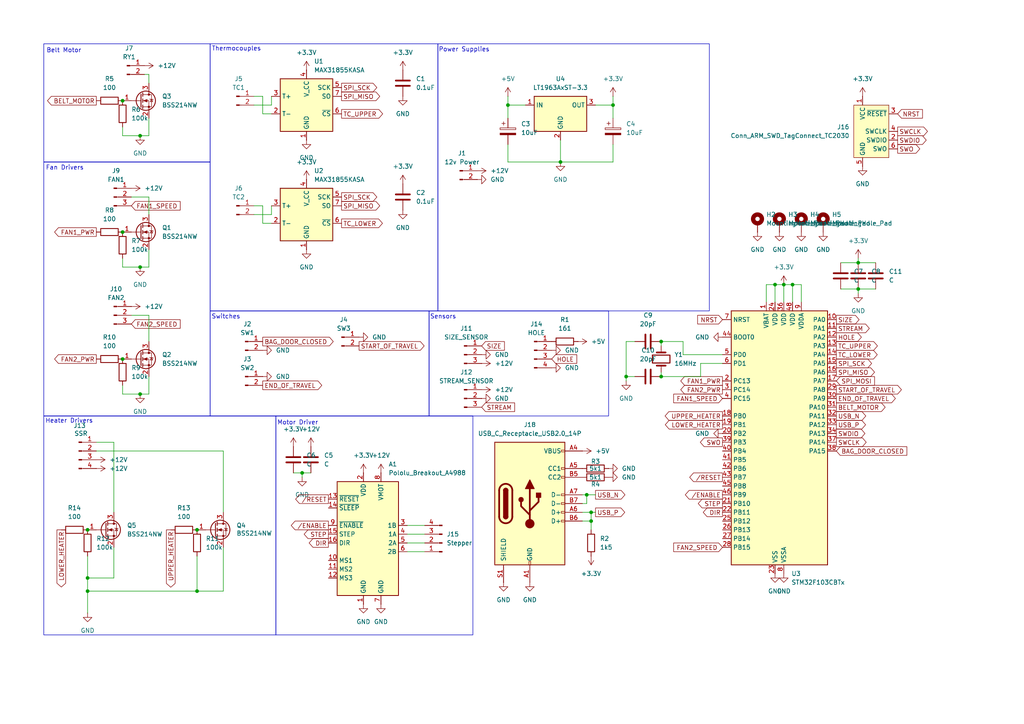
<source format=kicad_sch>
(kicad_sch (version 20231120) (generator "eeschema") (generator_version "8.0")
  (paper "A4")
  (lib_symbols
    (symbol "Connector:Conn_01x02_Pin" (pin_names (offset 1.016) hide)
      (property "Reference" "J" (at 0 2.54 0))
      (property "Value" "Conn_01x02_Pin" (at 0 -5.08 0))
      (symbol "Conn_01x02_Pin_1_1"
        (pin passive line (at 5.08 0 180) (length 3.81) (name "Pin_1") (number "1"))
        (pin passive line (at 5.08 -2.54 180) (length 3.81) (name "Pin_2") (number "2"))
      )
    )
    (symbol "Connector:Conn_01x03_Pin" (pin_names (offset 1.016) hide)
      (property "Reference" "J" (at 0 5.08 0))
      (property "Value" "Conn_01x03_Pin" (at 0 -5.08 0))
      (symbol "Conn_01x03_Pin_1_1"
        (pin passive line (at 5.08 2.54 180) (length 3.81) (name "Pin_1") (number "1"))
        (pin passive line (at 5.08 0 180) (length 3.81) (name "Pin_2") (number "2"))
        (pin passive line (at 5.08 -2.54 180) (length 3.81) (name "Pin_3") (number "3"))
      )
    )
    (symbol "Connector:Conn_01x04_Pin" (pin_names (offset 1.016) hide)
      (property "Reference" "J" (at 0 5.08 0))
      (property "Value" "Conn_01x04_Pin" (at 0 -7.62 0))
      (symbol "Conn_01x04_Pin_1_1"
        (pin passive line (at 5.08 2.54 180) (length 3.81) (name "Pin_1") (number "1"))
        (pin passive line (at 5.08 0 180) (length 3.81) (name "Pin_2") (number "2"))
        (pin passive line (at 5.08 -2.54 180) (length 3.81) (name "Pin_3") (number "3"))
        (pin passive line (at 5.08 -5.08 180) (length 3.81) (name "Pin_4") (number "4"))
      )
    )
    (symbol "Connector:Conn_ARM_SWD_TagConnect_TC2030" (in_bom no)
      (property "Reference" "J" (at 2.54 11.43 0))
      (property "Value" "Conn_ARM_SWD_TagConnect_TC2030" (at 5.08 8.89 0))
      (symbol "Conn_ARM_SWD_TagConnect_TC2030_0_0"
        (pin power_in line (at -2.54 10.16 270) (length 2.54) (name "VCC") (number "1"))
        (pin bidirectional line (at 7.62 -2.54 180) (length 2.54) (name "SWDIO") (number "2"))
        (pin open_collector line (at 7.62 5.08 180) (length 2.54) (name "~{RESET}") (number "3"))
        (pin output line (at 7.62 0 180) (length 2.54) (name "SWCLK") (number "4"))
        (pin power_in line (at -2.54 -10.16 90) (length 2.54) (name "GND") (number "5"))
        (pin input line (at 7.62 -5.08 180) (length 2.54) (name "SWO") (number "6"))
      )
    )
    (symbol "Connector:USB_C_Receptacle_USB2.0_14P" (pin_names (offset 1.016))
      (property "Reference" "J" (at 0 22.225 0))
      (property "Value" "USB_C_Receptacle_USB2.0_14P" (at 0 19.685 0))
      (symbol "USB_C_Receptacle_USB2.0_14P_1_1"
        (pin passive line (at 0 -22.86 90) (length 5.08) (name "GND") (number "A1"))
        (pin passive line (at 0 -22.86 90) (length 5.08) hide (name "GND") (number "A12"))
        (pin passive line (at 15.24 15.24 180) (length 5.08) (name "VBUS") (number "A4"))
        (pin bidirectional line (at 15.24 10.16 180) (length 5.08) (name "CC1") (number "A5"))
        (pin bidirectional line (at 15.24 -2.54 180) (length 5.08) (name "D+") (number "A6"))
        (pin bidirectional line (at 15.24 2.54 180) (length 5.08) (name "D-") (number "A7"))
        (pin passive line (at 15.24 15.24 180) (length 5.08) hide (name "VBUS") (number "A9"))
        (pin passive line (at 0 -22.86 90) (length 5.08) hide (name "GND") (number "B1"))
        (pin passive line (at 0 -22.86 90) (length 5.08) hide (name "GND") (number "B12"))
        (pin passive line (at 15.24 15.24 180) (length 5.08) hide (name "VBUS") (number "B4"))
        (pin bidirectional line (at 15.24 7.62 180) (length 5.08) (name "CC2") (number "B5"))
        (pin bidirectional line (at 15.24 -5.08 180) (length 5.08) (name "D+") (number "B6"))
        (pin bidirectional line (at 15.24 0 180) (length 5.08) (name "D-") (number "B7"))
        (pin passive line (at 15.24 15.24 180) (length 5.08) hide (name "VBUS") (number "B9"))
        (pin passive line (at -7.62 -22.86 90) (length 5.08) (name "SHIELD") (number "S1"))
      )
    )
    (symbol "Device:C" (pin_numbers hide) (pin_names (offset 0.254))
      (property "Reference" "C" (at 0.635 2.54 0))
      (property "Value" "C" (at 0.635 -2.54 0))
      (symbol "C_1_1"
        (pin passive line (at 0 3.81 270) (length 2.794) (name "~") (number "1"))
        (pin passive line (at 0 -3.81 90) (length 2.794) (name "~") (number "2"))
      )
    )
    (symbol "Device:C_Polarized" (pin_numbers hide) (pin_names (offset 0.254))
      (property "Reference" "C" (at 0.635 2.54 0))
      (property "Value" "C_Polarized" (at 0.635 -2.54 0))
      (symbol "C_Polarized_1_1"
        (pin passive line (at 0 3.81 270) (length 2.794) (name "~") (number "1"))
        (pin passive line (at 0 -3.81 90) (length 2.794) (name "~") (number "2"))
      )
    )
    (symbol "Device:Crystal" (pin_numbers hide) (pin_names (offset 1.016) hide)
      (property "Reference" "Y" (at 0 3.81 0))
      (property "Value" "Crystal" (at 0 -3.81 0))
      (symbol "Crystal_1_1"
        (pin passive line (at -3.81 0 0) (length 1.27) (name "1") (number "1"))
        (pin passive line (at 3.81 0 180) (length 1.27) (name "2") (number "2"))
      )
    )
    (symbol "Device:R" (pin_numbers hide) (pin_names (offset 0))
      (property "Reference" "R" (at 2.032 0 90))
      (property "Value" "R" (at 0 0 90))
      (symbol "R_1_1"
        (pin passive line (at 0 3.81 270) (length 1.27) (name "~") (number "1"))
        (pin passive line (at 0 -3.81 90) (length 1.27) (name "~") (number "2"))
      )
    )
    (symbol "Driver_Motor:Pololu_Breakout_A4988"
      (property "Reference" "A" (at -2.54 19.05 0))
      (property "Value" "Pololu_Breakout_A4988" (at -2.54 16.51 0))
      (symbol "Pololu_Breakout_A4988_1_1"
        (pin power_in line (at 0 -20.32 90) (length 2.54) (name "GND") (number "1"))
        (pin input line (at -10.16 -7.62 0) (length 2.54) (name "MS1") (number "10"))
        (pin input line (at -10.16 -10.16 0) (length 2.54) (name "MS2") (number "11"))
        (pin input line (at -10.16 -12.7 0) (length 2.54) (name "MS3") (number "12"))
        (pin input line (at -10.16 10.16 0) (length 2.54) (name "~{RESET}") (number "13"))
        (pin input line (at -10.16 7.62 0) (length 2.54) (name "~{SLEEP}") (number "14"))
        (pin input line (at -10.16 0 0) (length 2.54) (name "STEP") (number "15"))
        (pin input line (at -10.16 -2.54 0) (length 2.54) (name "DIR") (number "16"))
        (pin power_in line (at 0 17.78 270) (length 2.54) (name "VDD") (number "2"))
        (pin output line (at 12.7 2.54 180) (length 2.54) (name "1B") (number "3"))
        (pin output line (at 12.7 0 180) (length 2.54) (name "1A") (number "4"))
        (pin output line (at 12.7 -2.54 180) (length 2.54) (name "2A") (number "5"))
        (pin output line (at 12.7 -5.08 180) (length 2.54) (name "2B") (number "6"))
        (pin power_in line (at 5.08 -20.32 90) (length 2.54) (name "GND") (number "7"))
        (pin power_in line (at 5.08 17.78 270) (length 2.54) (name "VMOT") (number "8"))
        (pin input line (at -10.16 2.54 0) (length 2.54) (name "~{ENABLE}") (number "9"))
      )
    )
    (symbol "MCU_ST_STM32F1:STM32F103CBTx"
      (property "Reference" "U" (at -12.7 39.37 0))
      (property "Value" "STM32F103CBTx" (at 10.16 39.37 0))
      (symbol "STM32F103CBTx_1_1"
        (pin power_in line (at -2.54 40.64 270) (length 2.54) (name "VBAT") (number "1"))
        (pin bidirectional line (at 17.78 35.56 180) (length 2.54) (name "PA0") (number "10"))
        (pin bidirectional line (at 17.78 33.02 180) (length 2.54) (name "PA1") (number "11"))
        (pin bidirectional line (at 17.78 30.48 180) (length 2.54) (name "PA2") (number "12"))
        (pin bidirectional line (at 17.78 27.94 180) (length 2.54) (name "PA3") (number "13"))
        (pin bidirectional line (at 17.78 25.4 180) (length 2.54) (name "PA4") (number "14"))
        (pin bidirectional line (at 17.78 22.86 180) (length 2.54) (name "PA5") (number "15"))
        (pin bidirectional line (at 17.78 20.32 180) (length 2.54) (name "PA6") (number "16"))
        (pin bidirectional line (at 17.78 17.78 180) (length 2.54) (name "PA7") (number "17"))
        (pin bidirectional line (at -15.24 7.62 0) (length 2.54) (name "PB0") (number "18"))
        (pin bidirectional line (at -15.24 5.08 0) (length 2.54) (name "PB1") (number "19"))
        (pin bidirectional line (at -15.24 17.78 0) (length 2.54) (name "PC13") (number "2"))
        (pin bidirectional line (at -15.24 2.54 0) (length 2.54) (name "PB2") (number "20"))
        (pin bidirectional line (at -15.24 -17.78 0) (length 2.54) (name "PB10") (number "21"))
        (pin bidirectional line (at -15.24 -20.32 0) (length 2.54) (name "PB11") (number "22"))
        (pin power_in line (at 0 -38.1 90) (length 2.54) (name "VSS") (number "23"))
        (pin power_in line (at 0 40.64 270) (length 2.54) (name "VDD") (number "24"))
        (pin bidirectional line (at -15.24 -22.86 0) (length 2.54) (name "PB12") (number "25"))
        (pin bidirectional line (at -15.24 -25.4 0) (length 2.54) (name "PB13") (number "26"))
        (pin bidirectional line (at -15.24 -27.94 0) (length 2.54) (name "PB14") (number "27"))
        (pin bidirectional line (at -15.24 -30.48 0) (length 2.54) (name "PB15") (number "28"))
        (pin bidirectional line (at 17.78 15.24 180) (length 2.54) (name "PA8") (number "29"))
        (pin bidirectional line (at -15.24 15.24 0) (length 2.54) (name "PC14") (number "3"))
        (pin bidirectional line (at 17.78 12.7 180) (length 2.54) (name "PA9") (number "30"))
        (pin bidirectional line (at 17.78 10.16 180) (length 2.54) (name "PA10") (number "31"))
        (pin bidirectional line (at 17.78 7.62 180) (length 2.54) (name "PA11") (number "32"))
        (pin bidirectional line (at 17.78 5.08 180) (length 2.54) (name "PA12") (number "33"))
        (pin bidirectional line (at 17.78 2.54 180) (length 2.54) (name "PA13") (number "34"))
        (pin passive line (at 0 -38.1 90) (length 2.54) hide (name "VSS") (number "35"))
        (pin power_in line (at 2.54 40.64 270) (length 2.54) (name "VDD") (number "36"))
        (pin bidirectional line (at 17.78 0 180) (length 2.54) (name "PA14") (number "37"))
        (pin bidirectional line (at 17.78 -2.54 180) (length 2.54) (name "PA15") (number "38"))
        (pin bidirectional line (at -15.24 0 0) (length 2.54) (name "PB3") (number "39"))
        (pin bidirectional line (at -15.24 12.7 0) (length 2.54) (name "PC15") (number "4"))
        (pin bidirectional line (at -15.24 -2.54 0) (length 2.54) (name "PB4") (number "40"))
        (pin bidirectional line (at -15.24 -5.08 0) (length 2.54) (name "PB5") (number "41"))
        (pin bidirectional line (at -15.24 -7.62 0) (length 2.54) (name "PB6") (number "42"))
        (pin bidirectional line (at -15.24 -10.16 0) (length 2.54) (name "PB7") (number "43"))
        (pin input line (at -15.24 30.48 0) (length 2.54) (name "BOOT0") (number "44"))
        (pin bidirectional line (at -15.24 -12.7 0) (length 2.54) (name "PB8") (number "45"))
        (pin bidirectional line (at -15.24 -15.24 0) (length 2.54) (name "PB9") (number "46"))
        (pin passive line (at 0 -38.1 90) (length 2.54) hide (name "VSS") (number "47"))
        (pin power_in line (at 5.08 40.64 270) (length 2.54) (name "VDD") (number "48"))
        (pin bidirectional line (at -15.24 25.4 0) (length 2.54) (name "PD0") (number "5"))
        (pin bidirectional line (at -15.24 22.86 0) (length 2.54) (name "PD1") (number "6"))
        (pin input line (at -15.24 35.56 0) (length 2.54) (name "NRST") (number "7"))
        (pin power_in line (at 2.54 -38.1 90) (length 2.54) (name "VSSA") (number "8"))
        (pin power_in line (at 7.62 40.64 270) (length 2.54) (name "VDDA") (number "9"))
      )
    )
    (symbol "Mechanical:MountingHole_Pad" (pin_numbers hide) (pin_names (offset 1.016) hide)
      (property "Reference" "H" (at 0 6.35 0))
      (property "Value" "MountingHole_Pad" (at 0 4.445 0))
      (symbol "MountingHole_Pad_1_1"
        (pin input line (at 0 -2.54 90) (length 2.54) (name "1") (number "1"))
      )
    )
    (symbol "Regulator_Linear:LT1963AxST-3.3"
      (property "Reference" "U" (at -7.62 6.35 0))
      (property "Value" "LT1963AxST-3.3" (at -1.27 6.35 0))
      (symbol "LT1963AxST-3.3_1_1"
        (pin power_in line (at -10.16 2.54 0) (length 2.54) (name "IN") (number "1"))
        (pin power_in line (at 0 -7.62 90) (length 2.54) (name "GND") (number "2"))
        (pin power_out line (at 10.16 2.54 180) (length 2.54) (name "OUT") (number "3"))
      )
    )
    (symbol "Sensor_Temperature:MAX31855KASA"
      (property "Reference" "U" (at -7.62 8.89 0))
      (property "Value" "MAX31855KASA" (at 1.27 8.89 0))
      (symbol "MAX31855KASA_1_1"
        (pin power_in line (at 0 -10.16 90) (length 2.54) (name "GND") (number "1"))
        (pin passive line (at -10.16 -2.54 0) (length 2.54) (name "T-") (number "2"))
        (pin passive line (at -10.16 2.54 0) (length 2.54) (name "T+") (number "3"))
        (pin power_in line (at 0 10.16 270) (length 2.54) (name "V_CC") (number "4"))
        (pin input line (at 10.16 5.08 180) (length 2.54) (name "SCK") (number "5"))
        (pin input line (at 10.16 -2.54 180) (length 2.54) (name "~{CS}") (number "6"))
        (pin tri_state line (at 10.16 2.54 180) (length 2.54) (name "SO") (number "7"))
      )
    )
    (symbol "Transistor_FET:BSS214NW" (pin_names hide)
      (property "Reference" "Q" (at 5.08 1.905 0))
      (property "Value" "BSS214NW" (at 5.08 0 0))
      (symbol "BSS214NW_1_1"
        (pin input line (at -5.08 0 0) (length 2.54) (name "G") (number "1"))
        (pin passive line (at 2.54 -5.08 90) (length 2.54) (name "S") (number "2"))
        (pin passive line (at 2.54 5.08 270) (length 2.54) (name "D") (number "3"))
      )
    )
    (symbol "power:+12V" (power) (pin_numbers hide) (pin_names (offset 0) hide)
      (property "Value" "+12V" (at 0 3.556 0))
      (symbol "+12V_1_1"
        (pin power_in line (at 0 0 90) (length 0) (name "~") (number "1"))
      )
    )
    (symbol "power:+3.3V" (power) (pin_numbers hide) (pin_names (offset 0) hide)
      (property "Value" "+3.3V" (at 0 3.556 0))
      (symbol "+3.3V_1_1"
        (pin power_in line (at 0 0 90) (length 0) (name "~") (number "1"))
      )
    )
    (symbol "power:+5V" (power) (pin_numbers hide) (pin_names (offset 0) hide)
      (property "Value" "+5V" (at 0 3.556 0))
      (symbol "+5V_1_1"
        (pin power_in line (at 0 0 90) (length 0) (name "~") (number "1"))
      )
    )
    (symbol "power:GND" (power) (pin_numbers hide) (pin_names (offset 0) hide)
      (property "Value" "GND" (at 0 -3.81 0))
      (symbol "GND_1_1"
        (pin power_in line (at 0 0 270) (length 0) (name "~") (number "1"))
      )
    )
  )
  (junction (at 181.61 109.22))
  (junction (at 177.8 30.48))
  (junction (at 40.64 39.37))
  (junction (at 25.4 167.64))
  (junction (at 171.45 151.13))
  (junction (at 162.56 46.99))
  (junction (at 25.4 153.67))
  (junction (at 248.92 76.2))
  (junction (at 35.56 104.14))
  (junction (at 171.45 148.59))
  (junction (at 227.33 82.55))
  (junction (at 191.77 99.06))
  (junction (at 147.32 30.48))
  (junction (at 248.92 83.82))
  (junction (at 191.77 109.22))
  (junction (at 57.15 171.45))
  (junction (at 170.18 143.51))
  (junction (at 229.87 82.55))
  (junction (at 87.63 137.16))
  (junction (at 40.64 114.3))
  (junction (at 224.79 82.55))
  (junction (at 57.15 153.67))
  (junction (at 25.4 171.45))
  (junction (at 35.56 29.21))
  (junction (at 40.64 77.47))
  (junction (at 35.56 67.31))
  (wire (pts (xy 33.02 158.75) (xy 33.02 167.64)))
  (wire (pts (xy 118.11 160.02) (xy 123.19 160.02)))
  (wire (pts (xy 43.18 34.29) (xy 43.18 39.37)))
  (wire (pts (xy 147.32 30.48) (xy 147.32 34.29)))
  (wire (pts (xy 43.18 57.15) (xy 43.18 62.23)))
  (wire (pts (xy 118.11 157.48) (xy 123.19 157.48)))
  (wire (pts (xy 243.84 83.82) (xy 248.92 83.82)))
  (wire (pts (xy 87.63 137.16) (xy 87.63 138.43)))
  (wire (pts (xy 27.94 130.81) (xy 64.77 130.81)))
  (wire (pts (xy 191.77 107.95) (xy 191.77 109.22)))
  (wire (pts (xy 229.87 82.55) (xy 227.33 82.55)))
  (wire (pts (xy 64.77 158.75) (xy 64.77 171.45)))
  (wire (pts (xy 33.02 167.64) (xy 25.4 167.64)))
  (wire (pts (xy 35.56 74.93) (xy 35.56 77.47)))
  (wire (pts (xy 35.56 111.76) (xy 35.56 114.3)))
  (wire (pts (xy 147.32 41.91) (xy 147.32 46.99)))
  (wire (pts (xy 170.18 146.05) (xy 170.18 143.51)))
  (wire (pts (xy 181.61 110.49) (xy 181.61 109.22)))
  (wire (pts (xy 168.91 143.51) (xy 170.18 143.51)))
  (wire (pts (xy 209.55 102.87) (xy 198.12 102.87)))
  (wire (pts (xy 57.15 171.45) (xy 57.15 161.29)))
  (wire (pts (xy 248.92 83.82) (xy 254 83.82)))
  (wire (pts (xy 43.18 109.22) (xy 43.18 114.3)))
  (wire (pts (xy 227.33 82.55) (xy 227.33 87.63)))
  (wire (pts (xy 64.77 171.45) (xy 57.15 171.45)))
  (wire (pts (xy 229.87 82.55) (xy 229.87 87.63)))
  (wire (pts (xy 168.91 151.13) (xy 171.45 151.13)))
  (wire (pts (xy 168.91 146.05) (xy 170.18 146.05)))
  (wire (pts (xy 85.09 137.16) (xy 87.63 137.16)))
  (wire (pts (xy 64.77 130.81) (xy 64.77 148.59)))
  (wire (pts (xy 41.91 21.59) (xy 43.18 21.59)))
  (wire (pts (xy 171.45 151.13) (xy 171.45 148.59)))
  (wire (pts (xy 33.02 128.27) (xy 33.02 148.59)))
  (wire (pts (xy 35.56 36.83) (xy 35.56 39.37)))
  (wire (pts (xy 177.8 46.99) (xy 162.56 46.99)))
  (wire (pts (xy 25.4 161.29) (xy 25.4 167.64)))
  (wire (pts (xy 171.45 148.59) (xy 172.72 148.59)))
  (wire (pts (xy 248.92 76.2) (xy 254 76.2)))
  (wire (pts (xy 38.1 57.15) (xy 43.18 57.15)))
  (wire (pts (xy 222.25 82.55) (xy 224.79 82.55)))
  (wire (pts (xy 43.18 77.47) (xy 40.64 77.47)))
  (wire (pts (xy 224.79 87.63) (xy 224.79 82.55)))
  (wire (pts (xy 25.4 171.45) (xy 25.4 177.8)))
  (wire (pts (xy 35.56 39.37) (xy 40.64 39.37)))
  (wire (pts (xy 177.8 27.94) (xy 177.8 30.48)))
  (wire (pts (xy 177.8 41.91) (xy 177.8 46.99)))
  (wire (pts (xy 181.61 99.06) (xy 184.15 99.06)))
  (wire (pts (xy 177.8 30.48) (xy 177.8 34.29)))
  (wire (pts (xy 33.02 128.27) (xy 27.94 128.27)))
  (wire (pts (xy 78.74 64.77) (xy 76.2 64.77)))
  (wire (pts (xy 118.11 152.4) (xy 123.19 152.4)))
  (wire (pts (xy 203.2 109.22) (xy 191.77 109.22)))
  (wire (pts (xy 147.32 46.99) (xy 162.56 46.99)))
  (wire (pts (xy 78.74 27.94) (xy 78.74 30.48)))
  (wire (pts (xy 232.41 87.63) (xy 232.41 82.55)))
  (wire (pts (xy 198.12 99.06) (xy 191.77 99.06)))
  (wire (pts (xy 172.72 30.48) (xy 177.8 30.48)))
  (wire (pts (xy 222.25 87.63) (xy 222.25 82.55)))
  (wire (pts (xy 78.74 59.69) (xy 78.74 62.23)))
  (wire (pts (xy 78.74 33.02) (xy 76.2 33.02)))
  (wire (pts (xy 43.18 91.44) (xy 43.18 99.06)))
  (wire (pts (xy 87.63 137.16) (xy 90.17 137.16)))
  (wire (pts (xy 43.18 72.39) (xy 43.18 77.47)))
  (wire (pts (xy 38.1 91.44) (xy 43.18 91.44)))
  (wire (pts (xy 209.55 105.41) (xy 203.2 105.41)))
  (wire (pts (xy 181.61 109.22) (xy 184.15 109.22)))
  (wire (pts (xy 243.84 76.2) (xy 248.92 76.2)))
  (wire (pts (xy 76.2 33.02) (xy 76.2 27.94)))
  (wire (pts (xy 76.2 59.69) (xy 73.66 59.69)))
  (wire (pts (xy 43.18 39.37) (xy 40.64 39.37)))
  (wire (pts (xy 171.45 151.13) (xy 171.45 153.67)))
  (wire (pts (xy 43.18 114.3) (xy 40.64 114.3)))
  (wire (pts (xy 191.77 99.06) (xy 191.77 100.33)))
  (wire (pts (xy 147.32 30.48) (xy 152.4 30.48)))
  (wire (pts (xy 248.92 83.82) (xy 248.92 85.09)))
  (wire (pts (xy 170.18 143.51) (xy 172.72 143.51)))
  (wire (pts (xy 181.61 109.22) (xy 181.61 99.06)))
  (wire (pts (xy 76.2 27.94) (xy 73.66 27.94)))
  (wire (pts (xy 147.32 27.94) (xy 147.32 30.48)))
  (wire (pts (xy 35.56 77.47) (xy 40.64 77.47)))
  (wire (pts (xy 43.18 21.59) (xy 43.18 24.13)))
  (wire (pts (xy 232.41 82.55) (xy 229.87 82.55)))
  (wire (pts (xy 118.11 154.94) (xy 123.19 154.94)))
  (wire (pts (xy 224.79 82.55) (xy 227.33 82.55)))
  (wire (pts (xy 25.4 167.64) (xy 25.4 171.45)))
  (wire (pts (xy 76.2 64.77) (xy 76.2 59.69)))
  (wire (pts (xy 78.74 62.23) (xy 73.66 62.23)))
  (wire (pts (xy 198.12 102.87) (xy 198.12 99.06)))
  (wire (pts (xy 25.4 171.45) (xy 57.15 171.45)))
  (wire (pts (xy 248.92 76.2) (xy 248.92 74.93)))
  (wire (pts (xy 203.2 105.41) (xy 203.2 109.22)))
  (wire (pts (xy 162.56 40.64) (xy 162.56 46.99)))
  (wire (pts (xy 168.91 148.59) (xy 171.45 148.59)))
  (wire (pts (xy 73.66 30.48) (xy 78.74 30.48)))
  (wire (pts (xy 35.56 114.3) (xy 40.64 114.3)))
  (rectangle (start 12.7 12.7) (end 60.96 46.99))
  (rectangle (start 60.96 12.7) (end 127 90.17))
  (rectangle (start 127 12.7) (end 205.74 90.17))
  (rectangle (start 124.46 90.17) (end 176.53 120.65))
  (rectangle (start 12.7 120.65) (end 80.01 184.15))
  (rectangle (start 60.96 90.17) (end 124.46 120.65))
  (rectangle (start 12.7 46.99) (end 60.96 120.65))
  (rectangle (start 80.01 120.65) (end 137.16 184.15))
  (text "Heater Drivers" (at 20.066 122.174 0) (effects (font (size 1.27 1.27))))
  (text "Fan Drivers" (at 18.796 48.768 0) (effects (font (size 1.27 1.27))))
  (text "Thermocouples" (at 68.58 14.224 0) (effects (font (size 1.27 1.27))))
  (text "Power Supplies" (at 134.62 14.478 0) (effects (font (size 1.27 1.27))))
  (text "Motor Driver" (at 86.36 122.682 0) (effects (font (size 1.27 1.27))))
  (text "Switches" (at 65.532 91.948 0) (effects (font (size 1.27 1.27))))
  (text "Sensors" (at 128.524 91.948 0) (effects (font (size 1.27 1.27))))
  (text "Belt Motor" (at 18.542 14.732 0) (effects (font (size 1.27 1.27))))
  (global_label "USB_P" (shape output) (at 172.72 148.59 0) (property "Intersheetrefs" "${INTERSHEET_REFS}" (effects (hide yes))))
  (global_label "HOLE" (shape output) (at 242.57 97.79 0) (property "Intersheetrefs" "${INTERSHEET_REFS}" (effects (hide yes))))
  (global_label "FAN2_PWR" (shape output) (at 209.55 113.03 180) (property "Intersheetrefs" "${INTERSHEET_REFS}" (effects (hide yes))))
  (global_label "FAN1_PWR" (shape output) (at 209.55 110.49 180) (property "Intersheetrefs" "${INTERSHEET_REFS}" (effects (hide yes))))
  (global_label "TC_UPPER" (shape output) (at 242.57 100.33 0) (property "Intersheetrefs" "${INTERSHEET_REFS}" (effects (hide yes))))
  (global_label "SWDIO" (shape output) (at 260.35 40.64 0) (property "Intersheetrefs" "${INTERSHEET_REFS}" (effects (hide yes))))
  (global_label "FAN2_SPEED" (shape input) (at 38.1 93.98 0) (property "Intersheetrefs" "${INTERSHEET_REFS}" (effects (hide yes))))
  (global_label "SPI_SCK" (shape output) (at 99.06 57.15 0) (property "Intersheetrefs" "${INTERSHEET_REFS}" (effects (hide yes))))
  (global_label "START_OF_TRAVEL" (shape output) (at 242.57 113.03 0) (property "Intersheetrefs" "${INTERSHEET_REFS}" (effects (hide yes))))
  (global_label "DIR" (shape output) (at 95.25 157.48 180) (property "Intersheetrefs" "${INTERSHEET_REFS}" (effects (hide yes))))
  (global_label "SWCLK" (shape output) (at 242.57 128.27 0) (property "Intersheetrefs" "${INTERSHEET_REFS}" (effects (hide yes))))
  (global_label "FAN2_SPEED" (shape input) (at 209.55 158.75 180) (property "Intersheetrefs" "${INTERSHEET_REFS}" (effects (hide yes))))
  (global_label "FAN1_SPEED" (shape input) (at 38.1 59.69 0) (property "Intersheetrefs" "${INTERSHEET_REFS}" (effects (hide yes))))
  (global_label "SPI_SCK" (shape output) (at 242.57 105.41 0) (property "Intersheetrefs" "${INTERSHEET_REFS}" (effects (hide yes))))
  (global_label "SIZE" (shape input) (at 139.7 100.33 0) (property "Intersheetrefs" "${INTERSHEET_REFS}" (effects (hide yes))))
  (global_label "STEP" (shape output) (at 95.25 154.94 180) (property "Intersheetrefs" "${INTERSHEET_REFS}" (effects (hide yes))))
  (global_label "{slash}ENABLE" (shape output) (at 95.25 152.4 180) (property "Intersheetrefs" "${INTERSHEET_REFS}" (effects (hide yes))))
  (global_label "BAG_DOOR_CLOSED" (shape output) (at 76.2 99.06 0) (property "Intersheetrefs" "${INTERSHEET_REFS}" (effects (hide yes))))
  (global_label "SPI_SCK" (shape output) (at 99.06 25.4 0) (property "Intersheetrefs" "${INTERSHEET_REFS}" (effects (hide yes))))
  (global_label "{slash}RESET" (shape output) (at 95.25 144.78 180) (property "Intersheetrefs" "${INTERSHEET_REFS}" (effects (hide yes))))
  (global_label "NRST" (shape input) (at 260.35 33.02 0) (property "Intersheetrefs" "${INTERSHEET_REFS}" (effects (hide yes))))
  (global_label "END_OF_TRAVEL" (shape output) (at 76.2 111.76 0) (property "Intersheetrefs" "${INTERSHEET_REFS}" (effects (hide yes))))
  (global_label "BELT_MOTOR" (shape output) (at 27.94 29.21 180) (property "Intersheetrefs" "${INTERSHEET_REFS}" (effects (hide yes))))
  (global_label "LOWER_HEATER" (shape output) (at 209.55 123.19 180) (property "Intersheetrefs" "${INTERSHEET_REFS}" (effects (hide yes))))
  (global_label "USB_P" (shape output) (at 242.57 123.19 0) (property "Intersheetrefs" "${INTERSHEET_REFS}" (effects (hide yes))))
  (global_label "HOLE" (shape input) (at 160.02 104.14 0) (property "Intersheetrefs" "${INTERSHEET_REFS}" (effects (hide yes))))
  (global_label "END_OF_TRAVEL" (shape output) (at 242.57 115.57 0) (property "Intersheetrefs" "${INTERSHEET_REFS}" (effects (hide yes))))
  (global_label "USB_N" (shape output) (at 242.57 120.65 0) (property "Intersheetrefs" "${INTERSHEET_REFS}" (effects (hide yes))))
  (global_label "UPPER_HEATER" (shape output) (at 49.53 153.67 270) (property "Intersheetrefs" "${INTERSHEET_REFS}" (effects (hide yes))))
  (global_label "SWCLK" (shape output) (at 260.35 38.1 0) (property "Intersheetrefs" "${INTERSHEET_REFS}" (effects (hide yes))))
  (global_label "BAG_DOOR_CLOSED" (shape input) (at 242.57 130.81 0) (property "Intersheetrefs" "${INTERSHEET_REFS}" (effects (hide yes))))
  (global_label "STREAM" (shape output) (at 242.57 95.25 0) (property "Intersheetrefs" "${INTERSHEET_REFS}" (effects (hide yes))))
  (global_label "FAN1_SPEED" (shape input) (at 209.55 115.57 180) (property "Intersheetrefs" "${INTERSHEET_REFS}" (effects (hide yes))))
  (global_label "TC_LOWER" (shape output) (at 242.57 102.87 0) (property "Intersheetrefs" "${INTERSHEET_REFS}" (effects (hide yes))))
  (global_label "NRST" (shape input) (at 209.55 92.71 180) (property "Intersheetrefs" "${INTERSHEET_REFS}" (effects (hide yes))))
  (global_label "START_OF_TRAVEL" (shape output) (at 104.14 100.33 0) (property "Intersheetrefs" "${INTERSHEET_REFS}" (effects (hide yes))))
  (global_label "SPI_MOSI" (shape input) (at 242.57 110.49 0) (property "Intersheetrefs" "${INTERSHEET_REFS}" (effects (hide yes))))
  (global_label "SPI_MISO" (shape output) (at 242.57 107.95 0) (property "Intersheetrefs" "${INTERSHEET_REFS}" (effects (hide yes))))
  (global_label "TC_LOWER" (shape output) (at 99.06 64.77 0) (property "Intersheetrefs" "${INTERSHEET_REFS}" (effects (hide yes))))
  (global_label "STREAM" (shape input) (at 139.7 118.11 0) (property "Intersheetrefs" "${INTERSHEET_REFS}" (effects (hide yes))))
  (global_label "SWO" (shape output) (at 209.55 128.27 180) (property "Intersheetrefs" "${INTERSHEET_REFS}" (effects (hide yes))))
  (global_label "USB_N" (shape output) (at 172.72 143.51 0) (property "Intersheetrefs" "${INTERSHEET_REFS}" (effects (hide yes))))
  (global_label "LOWER_HEATER" (shape output) (at 17.78 153.67 270) (property "Intersheetrefs" "${INTERSHEET_REFS}" (effects (hide yes))))
  (global_label "TC_UPPER" (shape output) (at 99.06 33.02 0) (property "Intersheetrefs" "${INTERSHEET_REFS}" (effects (hide yes))))
  (global_label "{slash}ENABLE" (shape output) (at 209.55 143.51 180) (property "Intersheetrefs" "${INTERSHEET_REFS}" (effects (hide yes))))
  (global_label "STEP" (shape output) (at 209.55 146.05 180) (property "Intersheetrefs" "${INTERSHEET_REFS}" (effects (hide yes))))
  (global_label "SWO" (shape output) (at 260.35 43.18 0) (property "Intersheetrefs" "${INTERSHEET_REFS}" (effects (hide yes))))
  (global_label "UPPER_HEATER" (shape output) (at 209.55 120.65 180) (property "Intersheetrefs" "${INTERSHEET_REFS}" (effects (hide yes))))
  (global_label "SPI_MISO" (shape output) (at 99.06 59.69 0) (property "Intersheetrefs" "${INTERSHEET_REFS}" (effects (hide yes))))
  (global_label "SPI_MISO" (shape output) (at 99.06 27.94 0) (property "Intersheetrefs" "${INTERSHEET_REFS}" (effects (hide yes))))
  (global_label "FAN1_PWR" (shape output) (at 27.94 67.31 180) (property "Intersheetrefs" "${INTERSHEET_REFS}" (effects (hide yes))))
  (global_label "FAN2_PWR" (shape output) (at 27.94 104.14 180) (property "Intersheetrefs" "${INTERSHEET_REFS}" (effects (hide yes))))
  (global_label "BELT_MOTOR" (shape output) (at 242.57 118.11 0) (property "Intersheetrefs" "${INTERSHEET_REFS}" (effects (hide yes))))
  (global_label "SIZE" (shape output) (at 242.57 92.71 0) (property "Intersheetrefs" "${INTERSHEET_REFS}" (effects (hide yes))))
  (global_label "{slash}RESET" (shape output) (at 209.55 138.43 180) (property "Intersheetrefs" "${INTERSHEET_REFS}" (effects (hide yes))))
  (global_label "SWDIO" (shape output) (at 242.57 125.73 0) (property "Intersheetrefs" "${INTERSHEET_REFS}" (effects (hide yes))))
  (global_label "DIR" (shape output) (at 209.55 148.59 180) (property "Intersheetrefs" "${INTERSHEET_REFS}" (effects (hide yes))))
  (symbol (lib_id "power:GND") (at 88.9 72.39 0) (unit 1)
    (property "Reference" "#PWR033" (effects (hide yes)))
    (property "Value" "GND" (at 88.9 77.47 0))
    (property "Description" "Power symbol creates a global label with name \"GND\" , ground" (effects (hide yes)))
  )
  (symbol (lib_id "Device:R") (at 31.75 104.14 270) (unit 1)
    (property "Reference" "R10" (at 31.75 97.79 90))
    (property "Value" "100" (at 31.75 100.33 90))
    (property "Footprint" "Resistor_SMD:R_0805_2012Metric_Pad1.20x1.40mm_HandSolder" (effects (hide yes)))
    (property "Description" "Resistor" (effects (hide yes)))
  )
  (symbol (lib_id "Connector:Conn_01x03_Pin") (at 134.62 115.57 0) (unit 1)
    (property "Reference" "J12" (at 135.255 107.95 0))
    (property "Value" "STREAM_SENSOR" (at 135.255 110.49 0))
    (property "Footprint" "Connector_Molex:Molex_SPOX_5267-03A_1x03_P2.50mm_Vertical" (effects (hide yes)))
    (property "Description" "Generic connector, single row, 01x03, script generated" (effects (hide yes)))
  )
  (symbol (lib_id "power:GND") (at 160.02 101.6 90) (unit 1)
    (property "Reference" "#PWR020" (effects (hide yes)))
    (property "Value" "GND" (at 163.83 101.5999 90) (effects (justify right)))
    (property "Description" "Power symbol creates a global label with name \"GND\" , ground" (effects (hide yes)))
  )
  (symbol (lib_id "Device:R") (at 172.72 135.89 90) (unit 1)
    (property "Reference" "R3" (at 172.72 133.858 90))
    (property "Value" "5k1" (at 172.72 135.89 90))
    (property "Footprint" "Resistor_SMD:R_0805_2012Metric_Pad1.20x1.40mm_HandSolder" (effects (hide yes)))
    (property "Description" "Resistor" (effects (hide yes)))
  )
  (symbol (lib_id "Driver_Motor:Pololu_Breakout_A4988") (at 105.41 154.94 0) (unit 1)
    (property "Reference" "A1" (at 112.6841 134.62 0) (effects (justify left)))
    (property "Value" "Pololu_Breakout_A4988" (at 112.6841 137.16 0) (effects (justify left)))
    (property "Footprint" "Module:Pololu_Breakout-16_15.2x20.3mm" (effects (hide yes)))
    (property "Datasheet" "https://www.pololu.com/product/2980/pictures" (effects (hide yes)))
    (property "Description" "Pololu Breakout Board, Stepper Driver A4988" (effects (hide yes)))
  )
  (symbol (lib_id "power:GND") (at 227.33 166.37 0) (unit 1)
    (property "Reference" "#PWR044" (effects (hide yes)))
    (property "Value" "GND" (at 227.33 171.45 0))
    (property "Description" "Power symbol creates a global label with name \"GND\" , ground" (effects (hide yes)))
  )
  (symbol (lib_id "Device:R") (at 171.45 157.48 0) (unit 1)
    (property "Reference" "R2" (at 173.99 156.2099 0) (effects (justify left)))
    (property "Value" "1k5" (at 173.99 158.7499 0) (effects (justify left)))
    (property "Footprint" "Resistor_SMD:R_0805_2012Metric_Pad1.20x1.40mm_HandSolder" (effects (hide yes)))
    (property "Description" "Resistor" (effects (hide yes)))
  )
  (symbol (lib_id "Connector:Conn_01x03_Pin") (at 33.02 57.15 0) (unit 1)
    (property "Reference" "J9" (at 33.655 49.53 0))
    (property "Value" "FAN1" (at 33.655 52.07 0))
    (property "Footprint" "Connector_Molex:Molex_SPOX_5267-03A_1x03_P2.50mm_Vertical" (effects (hide yes)))
    (property "Description" "Generic connector, single row, 01x03, script generated" (effects (hide yes)))
  )
  (symbol (lib_id "power:GND") (at 139.7 115.57 90) (unit 1)
    (property "Reference" "#PWR016" (effects (hide yes)))
    (property "Value" "GND" (at 143.51 115.5699 90) (effects (justify right)))
    (property "Description" "Power symbol creates a global label with name \"GND\" , ground" (effects (hide yes)))
  )
  (symbol (lib_id "Connector:USB_C_Receptacle_USB2.0_14P") (at 153.67 146.05 0) (unit 1)
    (property "Reference" "J18" (at 153.67 123.19 0))
    (property "Value" "USB_C_Receptacle_USB2.0_14P" (at 153.67 125.73 0))
    (property "Footprint" "Connector_USB:USB_C_Receptacle_GCT_USB4085" (effects (hide yes)))
    (property "Datasheet" "https://www.usb.org/sites/default/files/documents/usb_type-c.zip" (effects (hide yes)))
    (property "Description" "USB 2.0-only 14P Type-C Receptacle connector" (effects (hide yes)))
  )
  (symbol (lib_id "Connector:Conn_01x02_Pin") (at 133.35 49.53 0) (unit 1)
    (property "Reference" "J1" (at 133.985 44.45 0))
    (property "Value" "12v Power" (at 133.985 46.99 0))
    (property "Footprint" "Connector:JWT_A3963_1x02_P3.96mm_Vertical" (effects (hide yes)))
    (property "Description" "Generic connector, single row, 01x02, script generated" (effects (hide yes)))
  )
  (symbol (lib_id "Device:C") (at 116.84 57.15 0) (unit 1)
    (property "Reference" "C2" (at 120.65 55.8799 0) (effects (justify left)))
    (property "Value" "0.1uF" (at 120.65 58.4199 0) (effects (justify left)))
    (property "Footprint" "Capacitor_SMD:C_0805_2012Metric_Pad1.18x1.45mm_HandSolder" (effects (hide yes)))
    (property "Description" "Unpolarized capacitor" (effects (hide yes)))
  )
  (symbol (lib_id "Connector:Conn_01x04_Pin") (at 154.94 101.6 0) (unit 1)
    (property "Reference" "J14" (at 155.575 93.98 0))
    (property "Value" "HOLE" (at 155.575 96.52 0))
    (property "Footprint" "Connector_Molex:Molex_SPOX_5267-04A_1x04_P2.50mm_Vertical" (effects (hide yes)))
    (property "Description" "Generic connector, single row, 01x04, script generated" (effects (hide yes)))
  )
  (symbol (lib_id "power:GND") (at 110.49 175.26 0) (unit 1)
    (property "Reference" "#PWR040" (effects (hide yes)))
    (property "Value" "GND" (at 110.49 180.34 0))
    (property "Description" "Power symbol creates a global label with name \"GND\" , ground" (effects (hide yes)))
  )
  (symbol (lib_id "Device:C") (at 187.96 109.22 90) (unit 1)
    (property "Reference" "C10" (at 187.96 101.6 90))
    (property "Value" "20pF" (at 187.96 104.14 90))
    (property "Footprint" "Capacitor_SMD:C_0805_2012Metric_Pad1.18x1.45mm_HandSolder" (effects (hide yes)))
    (property "Description" "Unpolarized capacitor" (effects (hide yes)))
  )
  (symbol (lib_id "power:GND") (at 76.2 101.6 90) (unit 1)
    (property "Reference" "#PWR011" (effects (hide yes)))
    (property "Value" "GND" (at 80.01 101.5999 90) (effects (justify right)))
    (property "Description" "Power symbol creates a global label with name \"GND\" , ground" (effects (hide yes)))
  )
  (symbol (lib_id "power:GND") (at 87.63 138.43 0) (unit 1)
    (property "Reference" "#PWR059" (effects (hide yes)))
    (property "Value" "GND" (at 87.63 143.51 0))
    (property "Description" "Power symbol creates a global label with name \"GND\" , ground" (effects (hide yes)))
  )
  (symbol (lib_id "power:+3.3V") (at 88.9 52.07 0) (unit 1)
    (property "Reference" "#PWR031" (effects (hide yes)))
    (property "Value" "+3.3V" (at 88.9 46.99 0))
    (property "Description" "Power symbol creates a global label with name \"+3.3V\"" (effects (hide yes)))
  )
  (symbol (lib_id "power:+3.3V") (at 116.84 53.34 0) (unit 1)
    (property "Reference" "#PWR07" (effects (hide yes)))
    (property "Value" "+3.3V" (at 116.84 48.26 0))
    (property "Description" "Power symbol creates a global label with name \"+3.3V\"" (effects (hide yes)))
  )
  (symbol (lib_id "MCU_ST_STM32F1:STM32F103CBTx") (at 224.79 128.27 0) (unit 1)
    (property "Reference" "U3" (at 229.5241 166.37 0) (effects (justify left)))
    (property "Value" "STM32F103CBTx" (at 229.5241 168.91 0) (effects (justify left)))
    (property "Footprint" "Package_QFP:LQFP-48_7x7mm_P0.5mm" (effects (hide yes)))
    (property "Datasheet" "https://www.st.com/resource/en/datasheet/stm32f103cb.pdf" (effects (hide yes)))
    (property "Description" "STMicroelectronics Arm Cortex-M3 MCU, 128KB flash, 20KB RAM, 72 MHz, 2.0-3.6V, 37 GPIO, LQFP48" (effects (hide yes)))
  )
  (symbol (lib_id "Device:R") (at 31.75 67.31 270) (unit 1)
    (property "Reference" "R8" (at 31.75 60.96 90))
    (property "Value" "100" (at 31.75 63.5 90))
    (property "Footprint" "Resistor_SMD:R_0805_2012Metric_Pad1.20x1.40mm_HandSolder" (effects (hide yes)))
    (property "Description" "Resistor" (effects (hide yes)))
  )
  (symbol (lib_id "power:GND") (at 209.55 97.79 270) (unit 1)
    (property "Reference" "#PWR046" (effects (hide yes)))
    (property "Value" "GND" (at 205.74 97.7899 90) (effects (justify right)))
    (property "Description" "Power symbol creates a global label with name \"GND\" , ground" (effects (hide yes)))
  )
  (symbol (lib_id "power:+3.3V") (at 250.19 27.94 0) (unit 1)
    (property "Reference" "#PWR029" (effects (hide yes)))
    (property "Value" "+3.3V" (at 250.19 22.86 0))
    (property "Description" "Power symbol creates a global label with name \"+3.3V\"" (effects (hide yes)))
  )
  (symbol (lib_id "Device:C") (at 187.96 99.06 90) (unit 1)
    (property "Reference" "C9" (at 187.96 91.44 90))
    (property "Value" "20pF" (at 187.96 93.98 90))
    (property "Footprint" "Capacitor_SMD:C_0805_2012Metric_Pad1.18x1.45mm_HandSolder" (effects (hide yes)))
    (property "Description" "Unpolarized capacitor" (effects (hide yes)))
  )
  (symbol (lib_id "power:+12V") (at 139.7 105.41 270) (unit 1)
    (property "Reference" "#PWR03" (effects (hide yes)))
    (property "Value" "+12V" (at 143.51 105.4099 90) (effects (justify left)))
    (property "Description" "Power symbol creates a global label with name \"+12V\"" (effects (hide yes)))
  )
  (symbol (lib_id "power:GND") (at 250.19 48.26 0) (unit 1)
    (property "Reference" "#PWR028" (effects (hide yes)))
    (property "Value" "GND" (at 250.19 53.34 0))
    (property "Description" "Power symbol creates a global label with name \"GND\" , ground" (effects (hide yes)))
  )
  (symbol (lib_id "Device:R") (at 172.72 138.43 90) (unit 1)
    (property "Reference" "R4" (at 172.72 140.462 90))
    (property "Value" "5k1" (at 172.72 138.43 90))
    (property "Footprint" "Resistor_SMD:R_0805_2012Metric_Pad1.20x1.40mm_HandSolder" (effects (hide yes)))
    (property "Description" "Resistor" (effects (hide yes)))
  )
  (symbol (lib_id "power:GND") (at 153.67 168.91 0) (unit 1)
    (property "Reference" "#PWR051" (effects (hide yes)))
    (property "Value" "GND" (at 153.67 173.99 0))
    (property "Description" "Power symbol creates a global label with name \"GND\" , ground" (effects (hide yes)))
  )
  (symbol (lib_id "Connector:Conn_01x04_Pin") (at 22.86 130.81 0) (unit 1)
    (property "Reference" "J13" (at 23.114 123.444 0))
    (property "Value" "SSR" (at 23.495 125.73 0))
    (property "Footprint" "Connector_Molex:Molex_SPOX_5267-04A_1x04_P2.50mm_Vertical" (effects (hide yes)))
    (property "Description" "Generic connector, single row, 01x04, script generated" (effects (hide yes)))
  )
  (symbol (lib_id "Transistor_FET:BSS214NW") (at 62.23 153.67 0) (unit 1)
    (property "Reference" "Q4" (at 68.58 152.3999 0) (effects (justify left)))
    (property "Value" "BSS214NW" (at 68.58 154.686 0) (effects (justify left)))
    (property "Footprint" "Package_TO_SOT_SMD:SOT-323_SC-70" (effects (hide yes)))
    (property "Datasheet" "https://www.infineon.com/dgdl/Infineon-BSS214NW-DS-v02_02-en.pdf?fileId=db3a30431b3e89eb011b695aebc01bde" (effects (hide yes)))
    (property "Description" "20V Vds, 1.5A Id, N-Channel MOSFET, SOT-323" (effects (hide yes)))
  )
  (symbol (lib_id "Device:C") (at 243.84 80.01 0) (unit 1)
    (property "Reference" "C7" (at 247.65 78.7399 0) (effects (justify left)))
    (property "Value" "C" (at 247.65 81.2799 0) (effects (justify left)))
    (property "Description" "Unpolarized capacitor" (effects (hide yes)))
  )
  (symbol (lib_id "Mechanical:MountingHole_Pad") (at 226.06 64.77 0) (unit 1) (in_bom no)
    (property "Reference" "H3" (at 228.6 62.2299 0) (effects (justify left)))
    (property "Value" "MountingHole_Pad" (at 228.6 64.7699 0) (effects (justify left)))
    (property "Footprint" "MountingHole:MountingHole_5mm_Pad_Via" (effects (hide yes)))
    (property "Description" "Mounting Hole with connection" (effects (hide yes)))
  )
  (symbol (lib_id "power:GND") (at 224.79 166.37 0) (unit 1)
    (property "Reference" "#PWR043" (effects (hide yes)))
    (property "Value" "GND" (at 224.79 171.45 0))
    (property "Description" "Power symbol creates a global label with name \"GND\" , ground" (effects (hide yes)))
  )
  (symbol (lib_id "power:GND") (at 238.76 67.31 0) (unit 1)
    (property "Reference" "#PWR057" (effects (hide yes)))
    (property "Value" "GND" (at 238.76 72.39 0))
    (property "Description" "Power symbol creates a global label with name \"GND\" , ground" (effects (hide yes)))
  )
  (symbol (lib_id "Mechanical:MountingHole_Pad") (at 219.71 64.77 0) (unit 1) (in_bom no)
    (property "Reference" "H2" (at 222.25 62.2299 0) (effects (justify left)))
    (property "Value" "MountingHole_Pad" (at 222.25 64.7699 0) (effects (justify left)))
    (property "Footprint" "MountingHole:MountingHole_5mm_Pad_Via" (effects (hide yes)))
    (property "Description" "Mounting Hole with connection" (effects (hide yes)))
  )
  (symbol (lib_id "Connector:Conn_01x04_Pin") (at 128.27 157.48 180) (unit 1)
    (property "Reference" "J15" (at 129.54 154.9399 0) (effects (justify right)))
    (property "Value" "Stepper" (at 129.54 157.4799 0) (effects (justify right)))
    (property "Footprint" "Connector_PinHeader_2.54mm:PinHeader_1x04_P2.54mm_Vertical" (effects (hide yes)))
    (property "Description" "Generic connector, single row, 01x04, script generated" (effects (hide yes)))
  )
  (symbol (lib_id "Device:R") (at 53.34 153.67 270) (unit 1)
    (property "Reference" "R13" (at 53.34 147.32 90))
    (property "Value" "100" (at 53.34 149.86 90))
    (property "Footprint" "Resistor_SMD:R_0805_2012Metric_Pad1.20x1.40mm_HandSolder" (effects (hide yes)))
    (property "Description" "Resistor" (effects (hide yes)))
  )
  (symbol (lib_id "power:GND") (at 162.56 46.99 0) (unit 1)
    (property "Reference" "#PWR024" (effects (hide yes)))
    (property "Value" "GND" (at 162.56 52.07 0))
    (property "Description" "Power symbol creates a global label with name \"GND\" , ground" (effects (hide yes)))
  )
  (symbol (lib_id "Transistor_FET:BSS214NW") (at 40.64 67.31 0) (unit 1)
    (property "Reference" "Q1" (at 46.99 66.0399 0) (effects (justify left)))
    (property "Value" "BSS214NW" (at 46.99 68.5799 0) (effects (justify left)))
    (property "Footprint" "Package_TO_SOT_SMD:SOT-323_SC-70" (effects (hide yes)))
    (property "Datasheet" "https://www.infineon.com/dgdl/Infineon-BSS214NW-DS-v02_02-en.pdf?fileId=db3a30431b3e89eb011b695aebc01bde" (effects (hide yes)))
    (property "Description" "20V Vds, 1.5A Id, N-Channel MOSFET, SOT-323" (effects (hide yes)))
  )
  (symbol (lib_id "Transistor_FET:BSS214NW") (at 40.64 104.14 0) (unit 1)
    (property "Reference" "Q2" (at 46.99 102.8699 0) (effects (justify left)))
    (property "Value" "BSS214NW" (at 46.99 105.4099 0) (effects (justify left)))
    (property "Footprint" "Package_TO_SOT_SMD:SOT-323_SC-70" (effects (hide yes)))
    (property "Datasheet" "https://www.infineon.com/dgdl/Infineon-BSS214NW-DS-v02_02-en.pdf?fileId=db3a30431b3e89eb011b695aebc01bde" (effects (hide yes)))
    (property "Description" "20V Vds, 1.5A Id, N-Channel MOSFET, SOT-323" (effects (hide yes)))
  )
  (symbol (lib_id "Regulator_Linear:LT1963AxST-3.3") (at 162.56 33.02 0) (unit 1)
    (property "Reference" "U4" (at 162.56 22.86 0))
    (property "Value" "LT1963AxST-3.3" (at 162.56 25.4 0))
    (property "Footprint" "Package_TO_SOT_SMD:SOT-223-3_TabPin2" (effects (hide yes)))
    (property "Datasheet" "https://www.analog.com/media/en/technical-documentation/data-sheets/1963aff.pdf" (effects (hide yes)))
    (property "Description" "3.3V, 1.5A, Low Noise, Fast Transient Response LDO Regulator, SOT-223" (effects (hide yes)))
  )
  (symbol (lib_id "Device:Crystal") (at 191.77 104.14 90) (unit 1)
    (property "Reference" "Y1" (at 195.58 102.8699 90) (effects (justify right)))
    (property "Value" "16MHz" (at 195.58 105.4099 90) (effects (justify right)))
    (property "Footprint" "Crystal:Crystal_SMD_HC49-SD_HandSoldering" (effects (hide yes)))
    (property "Description" "Two pin crystal" (effects (hide yes)))
  )
  (symbol (lib_id "Device:R") (at 35.56 107.95 180) (unit 1)
    (property "Reference" "R9" (at 38.1 106.6799 0) (effects (justify right)))
    (property "Value" "100k" (at 38.1 109.2199 0) (effects (justify right)))
    (property "Footprint" "Resistor_SMD:R_0805_2012Metric_Pad1.20x1.40mm_HandSolder" (effects (hide yes)))
    (property "Description" "Resistor" (effects (hide yes)))
  )
  (symbol (lib_id "Device:R") (at 25.4 157.48 180) (unit 1)
    (property "Reference" "R12" (at 27.94 156.2099 0) (effects (justify right)))
    (property "Value" "100k" (at 27.94 158.7499 0) (effects (justify right)))
    (property "Footprint" "Resistor_SMD:R_0805_2012Metric_Pad1.20x1.40mm_HandSolder" (effects (hide yes)))
    (property "Description" "Resistor" (effects (hide yes)))
  )
  (symbol (lib_id "Device:R") (at 31.75 29.21 90) (unit 1)
    (property "Reference" "R5" (at 31.75 22.86 90))
    (property "Value" "100" (at 31.75 25.4 90))
    (property "Footprint" "Resistor_SMD:R_0805_2012Metric_Pad1.20x1.40mm_HandSolder" (effects (hide yes)))
    (property "Description" "Resistor" (effects (hide yes)))
  )
  (symbol (lib_id "Device:R") (at 35.56 33.02 180) (unit 1)
    (property "Reference" "R6" (at 38.1 31.7499 0) (effects (justify right)))
    (property "Value" "100k" (at 38.1 34.2899 0) (effects (justify right)))
    (property "Footprint" "Resistor_SMD:R_0805_2012Metric_Pad1.20x1.40mm_HandSolder" (effects (hide yes)))
    (property "Description" "Resistor" (effects (hide yes)))
  )
  (symbol (lib_id "power:+12V") (at 90.17 129.54 0) (unit 1)
    (property "Reference" "#PWR038" (effects (hide yes)))
    (property "Value" "+12V" (at 90.17 124.46 0))
    (property "Description" "Power symbol creates a global label with name \"+12V\"" (effects (hide yes)))
  )
  (symbol (lib_id "power:+5V") (at 147.32 27.94 0) (unit 1)
    (property "Reference" "#PWR026" (effects (hide yes)))
    (property "Value" "+5V" (at 147.32 22.86 0))
    (property "Description" "Power symbol creates a global label with name \"+5V\"" (effects (hide yes)))
  )
  (symbol (lib_id "power:GND") (at 176.53 138.43 90) (unit 1)
    (property "Reference" "#PWR052" (effects (hide yes)))
    (property "Value" "GND" (at 180.34 138.4299 90) (effects (justify right)))
    (property "Description" "Power symbol creates a global label with name \"GND\" , ground" (effects (hide yes)))
  )
  (symbol (lib_id "Connector:Conn_01x02_Pin") (at 36.83 19.05 0) (unit 1)
    (property "Reference" "J7" (at 37.465 13.97 0))
    (property "Value" "RY1" (at 37.465 16.51 0))
    (property "Footprint" "Connector_Molex:Molex_SPOX_5267-02A_1x02_P2.50mm_Vertical" (effects (hide yes)))
    (property "Description" "Generic connector, single row, 01x02, script generated" (effects (hide yes)))
  )
  (symbol (lib_id "power:GND") (at 105.41 175.26 0) (unit 1)
    (property "Reference" "#PWR039" (effects (hide yes)))
    (property "Value" "GND" (at 105.41 180.34 0))
    (property "Description" "Power symbol creates a global label with name \"GND\" , ground" (effects (hide yes)))
  )
  (symbol (lib_id "power:+5V") (at 167.64 99.06 270) (unit 1)
    (property "Reference" "#PWR019" (effects (hide yes)))
    (property "Value" "+5V" (at 171.45 99.0599 90) (effects (justify left)))
    (property "Description" "Power symbol creates a global label with name \"+5V\"" (effects (hide yes)))
  )
  (symbol (lib_id "Connector:Conn_01x03_Pin") (at 33.02 91.44 0) (unit 1)
    (property "Reference" "J10" (at 33.655 83.82 0))
    (property "Value" "FAN2" (at 33.655 86.36 0))
    (property "Footprint" "Connector_Molex:Molex_SPOX_5267-03A_1x03_P2.50mm_Vertical" (effects (hide yes)))
    (property "Description" "Generic connector, single row, 01x03, script generated" (effects (hide yes)))
  )
  (symbol (lib_id "power:+3.3V") (at 116.84 20.32 0) (unit 1)
    (property "Reference" "#PWR06" (effects (hide yes)))
    (property "Value" "+3.3V" (at 116.84 15.24 0))
    (property "Description" "Power symbol creates a global label with name \"+3.3V\"" (effects (hide yes)))
  )
  (symbol (lib_id "power:GND") (at 116.84 60.96 0) (unit 1)
    (property "Reference" "#PWR035" (effects (hide yes)))
    (property "Value" "GND" (at 116.84 66.04 0))
    (property "Description" "Power symbol creates a global label with name \"GND\" , ground" (effects (hide yes)))
  )
  (symbol (lib_id "power:GND") (at 209.55 125.73 270) (unit 1)
    (property "Reference" "#PWR047" (effects (hide yes)))
    (property "Value" "GND" (at 205.74 125.7299 90) (effects (justify right)))
    (property "Description" "Power symbol creates a global label with name \"GND\" , ground" (effects (hide yes)))
  )
  (symbol (lib_id "Sensor_Temperature:MAX31855KASA") (at 88.9 62.23 0) (unit 1)
    (property "Reference" "U2" (at 91.0941 49.53 0) (effects (justify left)))
    (property "Value" "MAX31855KASA" (at 91.0941 52.07 0) (effects (justify left)))
    (property "Footprint" "Package_SO:SOIC-8_3.9x4.9mm_P1.27mm" (effects (hide yes)))
    (property "Datasheet" "http://datasheets.maximintegrated.com/en/ds/MAX31855.pdf" (effects (hide yes)))
    (property "Description" "Cold Junction K-type Termocouple Interface, SPI, SO8" (effects (hide yes)))
  )
  (symbol (lib_id "power:GND") (at 139.7 102.87 90) (unit 1)
    (property "Reference" "#PWR017" (effects (hide yes)))
    (property "Value" "GND" (at 143.51 102.8699 90) (effects (justify right)))
    (property "Description" "Power symbol creates a global label with name \"GND\" , ground" (effects (hide yes)))
  )
  (symbol (lib_id "power:+12V") (at 139.7 113.03 270) (unit 1)
    (property "Reference" "#PWR012" (effects (hide yes)))
    (property "Value" "+12V" (at 143.51 113.0299 90) (effects (justify left)))
    (property "Description" "Power symbol creates a global label with name \"+12V\"" (effects (hide yes)))
  )
  (symbol (lib_id "Connector:Conn_01x02_Pin") (at 68.58 59.69 0) (unit 1)
    (property "Reference" "J6" (at 69.215 54.61 0))
    (property "Value" "TC2" (at 69.215 57.15 0))
    (property "Footprint" "Connector_Molex:Molex_SPOX_5267-02A_1x02_P2.50mm_Vertical" (effects (hide yes)))
    (property "Description" "Generic connector, single row, 01x02, script generated" (effects (hide yes)))
  )
  (symbol (lib_id "power:GND") (at 219.71 67.31 0) (unit 1)
    (property "Reference" "#PWR054" (effects (hide yes)))
    (property "Value" "GND" (at 219.71 72.39 0))
    (property "Description" "Power symbol creates a global label with name \"GND\" , ground" (effects (hide yes)))
  )
  (symbol (lib_id "power:+12V") (at 38.1 88.9 270) (unit 1)
    (property "Reference" "#PWR023" (effects (hide yes)))
    (property "Value" "+12V" (at 41.91 88.8999 90) (effects (justify left)))
    (property "Description" "Power symbol creates a global label with name \"+12V\"" (effects (hide yes)))
  )
  (symbol (lib_id "power:GND") (at 226.06 67.31 0) (unit 1)
    (property "Reference" "#PWR055" (effects (hide yes)))
    (property "Value" "GND" (at 226.06 72.39 0))
    (property "Description" "Power symbol creates a global label with name \"GND\" , ground" (effects (hide yes)))
  )
  (symbol (lib_id "Device:R") (at 21.59 153.67 270) (unit 1)
    (property "Reference" "R14" (at 21.59 147.32 90))
    (property "Value" "100" (at 21.59 149.86 90))
    (property "Footprint" "Resistor_SMD:R_0805_2012Metric_Pad1.20x1.40mm_HandSolder" (effects (hide yes)))
    (property "Description" "Resistor" (effects (hide yes)))
  )
  (symbol (lib_id "power:GND") (at 176.53 135.89 90) (unit 1)
    (property "Reference" "#PWR053" (effects (hide yes)))
    (property "Value" "GND" (at 180.34 135.8899 90) (effects (justify right)))
    (property "Description" "Power symbol creates a global label with name \"GND\" , ground" (effects (hide yes)))
  )
  (symbol (lib_id "power:+3.3V") (at 248.92 74.93 0) (unit 1)
    (property "Reference" "#PWR060" (effects (hide yes)))
    (property "Value" "+3.3V" (at 248.92 69.85 0))
    (property "Description" "Power symbol creates a global label with name \"+3.3V\"" (effects (hide yes)))
  )
  (symbol (lib_id "Device:C_Polarized") (at 147.32 38.1 0) (unit 1)
    (property "Reference" "C3" (at 151.13 35.9409 0) (effects (justify left)))
    (property "Value" "10uF" (at 151.13 38.4809 0) (effects (justify left)))
    (property "Footprint" "Capacitor_Tantalum_SMD:CP_EIA-3216-10_Kemet-I_Pad1.58x1.35mm_HandSolder" (effects (hide yes)))
    (property "Description" "Polarized capacitor" (effects (hide yes)))
  )
  (symbol (lib_id "power:GND") (at 40.64 77.47 0) (unit 1)
    (property "Reference" "#PWR09" (effects (hide yes)))
    (property "Value" "GND" (at 40.64 82.55 0))
    (property "Description" "Power symbol creates a global label with name \"GND\" , ground" (effects (hide yes)))
  )
  (symbol (lib_id "power:+5V") (at 168.91 130.81 270) (unit 1)
    (property "Reference" "#PWR036" (effects (hide yes)))
    (property "Value" "+5V" (at 172.72 130.8099 90) (effects (justify left)))
    (property "Description" "Power symbol creates a global label with name \"+5V\"" (effects (hide yes)))
  )
  (symbol (lib_id "Device:C") (at 116.84 24.13 0) (unit 1)
    (property "Reference" "C1" (at 120.65 22.8599 0) (effects (justify left)))
    (property "Value" "0.1uF" (at 120.65 25.3999 0) (effects (justify left)))
    (property "Footprint" "Capacitor_SMD:C_0805_2012Metric_Pad1.18x1.45mm_HandSolder" (effects (hide yes)))
    (property "Description" "Unpolarized capacitor" (effects (hide yes)))
  )
  (symbol (lib_id "power:GND") (at 116.84 27.94 0) (unit 1)
    (property "Reference" "#PWR034" (effects (hide yes)))
    (property "Value" "GND" (at 116.84 33.02 0))
    (property "Description" "Power symbol creates a global label with name \"GND\" , ground" (effects (hide yes)))
  )
  (symbol (lib_id "Connector:Conn_01x02_Pin") (at 99.06 97.79 0) (unit 1)
    (property "Reference" "J4" (at 99.695 92.71 0))
    (property "Value" "SW3" (at 99.695 95.25 0))
    (property "Footprint" "Connector_Molex:Molex_SPOX_5267-02A_1x02_P2.50mm_Vertical" (effects (hide yes)))
    (property "Description" "Generic connector, single row, 01x02, script generated" (effects (hide yes)))
  )
  (symbol (lib_id "power:+12V") (at 27.94 133.35 270) (unit 1)
    (property "Reference" "#PWR014" (effects (hide yes)))
    (property "Value" "+12V" (at 31.75 133.3499 90) (effects (justify left)))
    (property "Description" "Power symbol creates a global label with name \"+12V\"" (effects (hide yes)))
  )
  (symbol (lib_id "Connector:Conn_ARM_SWD_TagConnect_TC2030") (at 252.73 38.1 0) (unit 1) (in_bom no)
    (property "Reference" "J16" (at 246.38 36.8299 0) (effects (justify right)))
    (property "Value" "Conn_ARM_SWD_TagConnect_TC2030" (at 246.38 39.3699 0) (effects (justify right)))
    (property "Footprint" "Connector:Tag-Connect_TC2030-IDC-NL_2x03_P1.27mm_Vertical" (effects (hide yes)))
    (property "Datasheet" "https://www.tag-connect.com/wp-content/uploads/bsk-pdf-manager/TC2030-CTX_1.pdf" (effects (hide yes)))
    (property "Description" "Tag-Connect ARM Cortex SWD JTAG connector, 6 pin" (effects (hide yes)))
  )
  (symbol (lib_id "power:GND") (at 160.02 106.68 90) (unit 1)
    (property "Reference" "#PWR018" (effects (hide yes)))
    (property "Value" "GND" (at 163.83 106.6799 90) (effects (justify right)))
    (property "Description" "Power symbol creates a global label with name \"GND\" , ground" (effects (hide yes)))
  )
  (symbol (lib_id "Connector:Conn_01x02_Pin") (at 71.12 99.06 0) (unit 1)
    (property "Reference" "J2" (at 71.755 93.98 0))
    (property "Value" "SW1" (at 71.755 96.52 0))
    (property "Footprint" "Connector_Molex:Molex_SPOX_5267-02A_1x02_P2.50mm_Vertical" (effects (hide yes)))
    (property "Description" "Generic connector, single row, 01x02, script generated" (effects (hide yes)))
  )
  (symbol (lib_id "Device:R") (at 163.83 99.06 90) (unit 1)
    (property "Reference" "R1" (at 163.83 92.71 90))
    (property "Value" "161" (at 163.83 95.25 90))
    (property "Footprint" "Resistor_SMD:R_0805_2012Metric_Pad1.20x1.40mm_HandSolder" (effects (hide yes)))
    (property "Description" "Resistor" (effects (hide yes)))
  )
  (symbol (lib_id "power:+3.3V") (at 105.41 137.16 0) (unit 1)
    (property "Reference" "#PWR041" (effects (hide yes)))
    (property "Value" "+3.3V" (at 105.41 132.08 0))
    (property "Description" "Power symbol creates a global label with name \"+3.3V\"" (effects (hide yes)))
  )
  (symbol (lib_id "Transistor_FET:BSS214NW") (at 30.48 153.67 0) (unit 1)
    (property "Reference" "Q5" (at 36.83 152.3999 0) (effects (justify left)))
    (property "Value" "BSS214NW" (at 36.83 154.9399 0) (effects (justify left)))
    (property "Footprint" "Package_TO_SOT_SMD:SOT-323_SC-70" (effects (hide yes)))
    (property "Datasheet" "https://www.infineon.com/dgdl/Infineon-BSS214NW-DS-v02_02-en.pdf?fileId=db3a30431b3e89eb011b695aebc01bde" (effects (hide yes)))
    (property "Description" "20V Vds, 1.5A Id, N-Channel MOSFET, SOT-323" (effects (hide yes)))
  )
  (symbol (lib_id "power:+3.3V") (at 88.9 20.32 0) (unit 1)
    (property "Reference" "#PWR030" (effects (hide yes)))
    (property "Value" "+3.3V" (at 88.9 15.24 0))
    (property "Description" "Power symbol creates a global label with name \"+3.3V\"" (effects (hide yes)))
  )
  (symbol (lib_id "power:+3.3V") (at 227.33 82.55 0) (unit 1)
    (property "Reference" "#PWR045" (effects (hide yes)))
    (property "Value" "+3.3V" (at 227.33 77.47 0))
    (property "Description" "Power symbol creates a global label with name \"+3.3V\"" (effects (hide yes)))
  )
  (symbol (lib_id "Device:R") (at 57.15 157.48 180) (unit 1)
    (property "Reference" "R11" (at 59.69 156.2099 0) (effects (justify right)))
    (property "Value" "100k" (at 59.69 158.7499 0) (effects (justify right)))
    (property "Footprint" "Resistor_SMD:R_0805_2012Metric_Pad1.20x1.40mm_HandSolder" (effects (hide yes)))
    (property "Description" "Resistor" (effects (hide yes)))
  )
  (symbol (lib_id "Mechanical:MountingHole_Pad") (at 232.41 64.77 0) (unit 1) (in_bom no)
    (property "Reference" "H4" (at 234.95 62.2299 0) (effects (justify left)))
    (property "Value" "MountingHole_Pad" (at 234.95 64.7699 0) (effects (justify left)))
    (property "Footprint" "MountingHole:MountingHole_5mm_Pad_Via" (effects (hide yes)))
    (property "Description" "Mounting Hole with connection" (effects (hide yes)))
  )
  (symbol (lib_id "power:+12V") (at 138.43 49.53 270) (unit 1)
    (property "Reference" "#PWR01" (effects (hide yes)))
    (property "Value" "+12V" (at 142.24 49.5299 90) (effects (justify left)))
    (property "Description" "Power symbol creates a global label with name \"+12V\"" (effects (hide yes)))
  )
  (symbol (lib_id "Device:C_Polarized") (at 177.8 38.1 0) (unit 1)
    (property "Reference" "C4" (at 181.61 35.9409 0) (effects (justify left)))
    (property "Value" "10uF" (at 181.61 38.4809 0) (effects (justify left)))
    (property "Footprint" "Capacitor_Tantalum_SMD:CP_EIA-3216-10_Kemet-I_Pad1.58x1.35mm_HandSolder" (effects (hide yes)))
    (property "Description" "Polarized capacitor" (effects (hide yes)))
  )
  (symbol (lib_id "power:+12V") (at 27.94 135.89 270) (unit 1)
    (property "Reference" "#PWR015" (effects (hide yes)))
    (property "Value" "+12V" (at 31.75 135.8899 90) (effects (justify left)))
    (property "Description" "Power symbol creates a global label with name \"+12V\"" (effects (hide yes)))
  )
  (symbol (lib_id "Connector:Conn_01x03_Pin") (at 134.62 102.87 0) (unit 1)
    (property "Reference" "J11" (at 135.255 95.25 0))
    (property "Value" "SIZE_SENSOR" (at 135.255 97.79 0))
    (property "Footprint" "Connector_Molex:Molex_SPOX_5267-03A_1x03_P2.50mm_Vertical" (effects (hide yes)))
    (property "Description" "Generic connector, single row, 01x03, script generated" (effects (hide yes)))
  )
  (symbol (lib_id "Transistor_FET:BSS214NW") (at 40.64 29.21 0) (unit 1)
    (property "Reference" "Q3" (at 46.99 27.9399 0) (effects (justify left)))
    (property "Value" "BSS214NW" (at 46.99 30.4799 0) (effects (justify left)))
    (property "Footprint" "Package_TO_SOT_SMD:SOT-323_SC-70" (effects (hide yes)))
    (property "Datasheet" "https://www.infineon.com/dgdl/Infineon-BSS214NW-DS-v02_02-en.pdf?fileId=db3a30431b3e89eb011b695aebc01bde" (effects (hide yes)))
    (property "Description" "20V Vds, 1.5A Id, N-Channel MOSFET, SOT-323" (effects (hide yes)))
  )
  (symbol (lib_id "power:GND") (at 138.43 52.07 90) (unit 1)
    (property "Reference" "#PWR02" (effects (hide yes)))
    (property "Value" "GND" (at 142.24 52.0699 90) (effects (justify right)))
    (property "Description" "Power symbol creates a global label with name \"GND\" , ground" (effects (hide yes)))
  )
  (symbol (lib_id "Mechanical:MountingHole_Pad") (at 238.76 64.77 0) (unit 1) (in_bom no)
    (property "Reference" "H5" (at 241.3 62.2299 0) (effects (justify left)))
    (property "Value" "MountingHole_Pad" (at 241.3 64.7699 0) (effects (justify left)))
    (property "Footprint" "MountingHole:MountingHole_5mm_Pad_Via" (effects (hide yes)))
    (property "Description" "Mounting Hole with connection" (effects (hide yes)))
  )
  (symbol (lib_id "power:GND") (at 248.92 85.09 0) (unit 1)
    (property "Reference" "#PWR058" (effects (hide yes)))
    (property "Value" "GND" (at 248.92 90.17 0))
    (property "Description" "Power symbol creates a global label with name \"GND\" , ground" (effects (hide yes)))
  )
  (symbol (lib_id "Device:C") (at 90.17 133.35 0) (unit 1)
    (property "Reference" "C5" (at 93.98 132.0799 0) (effects (justify left)))
    (property "Value" "C" (at 93.98 134.6199 0) (effects (justify left)))
    (property "Description" "Unpolarized capacitor" (effects (hide yes)))
  )
  (symbol (lib_id "power:+3.3V") (at 177.8 27.94 0) (unit 1)
    (property "Reference" "#PWR025" (effects (hide yes)))
    (property "Value" "+3.3V" (at 177.8 22.86 0))
    (property "Description" "Power symbol creates a global label with name \"+3.3V\"" (effects (hide yes)))
  )
  (symbol (lib_id "power:GND") (at 40.64 39.37 0) (unit 1)
    (property "Reference" "#PWR021" (effects (hide yes)))
    (property "Value" "GND" (at 40.64 44.45 0))
    (property "Description" "Power symbol creates a global label with name \"GND\" , ground" (effects (hide yes)))
  )
  (symbol (lib_id "Connector:Conn_01x02_Pin") (at 71.12 109.22 0) (unit 1)
    (property "Reference" "J3" (at 71.755 104.14 0))
    (property "Value" "SW2" (at 71.755 106.68 0))
    (property "Footprint" "Connector_Molex:Molex_SPOX_5267-02A_1x02_P2.50mm_Vertical" (effects (hide yes)))
    (property "Description" "Generic connector, single row, 01x02, script generated" (effects (hide yes)))
  )
  (symbol (lib_id "Device:R") (at 35.56 71.12 180) (unit 1)
    (property "Reference" "R7" (at 38.1 69.8499 0) (effects (justify right)))
    (property "Value" "100k" (at 38.1 72.3899 0) (effects (justify right)))
    (property "Footprint" "Resistor_SMD:R_0805_2012Metric_Pad1.20x1.40mm_HandSolder" (effects (hide yes)))
    (property "Description" "Resistor" (effects (hide yes)))
  )
  (symbol (lib_id "power:GND") (at 40.64 114.3 0) (unit 1)
    (property "Reference" "#PWR010" (effects (hide yes)))
    (property "Value" "GND" (at 40.64 119.38 0))
    (property "Description" "Power symbol creates a global label with name \"GND\" , ground" (effects (hide yes)))
  )
  (symbol (lib_id "power:+12V") (at 38.1 54.61 270) (unit 1)
    (property "Reference" "#PWR022" (effects (hide yes)))
    (property "Value" "+12V" (at 41.91 54.6099 90) (effects (justify left)))
    (property "Description" "Power symbol creates a global label with name \"+12V\"" (effects (hide yes)))
  )
  (symbol (lib_id "Device:C") (at 254 80.01 0) (unit 1)
    (property "Reference" "C11" (at 257.81 78.7399 0) (effects (justify left)))
    (property "Value" "C" (at 257.81 81.2799 0) (effects (justify left)))
    (property "Description" "Unpolarized capacitor" (effects (hide yes)))
  )
  (symbol (lib_id "power:GND") (at 232.41 67.31 0) (unit 1)
    (property "Reference" "#PWR056" (effects (hide yes)))
    (property "Value" "GND" (at 232.41 72.39 0))
    (property "Description" "Power symbol creates a global label with name \"GND\" , ground" (effects (hide yes)))
  )
  (symbol (lib_id "power:GND") (at 76.2 109.22 90) (unit 1)
    (property "Reference" "#PWR04" (effects (hide yes)))
    (property "Value" "GND" (at 80.01 109.2199 90) (effects (justify right)))
    (property "Description" "Power symbol creates a global label with name \"GND\" , ground" (effects (hide yes)))
  )
  (symbol (lib_id "power:+3.3V") (at 85.09 129.54 0) (unit 1)
    (property "Reference" "#PWR037" (effects (hide yes)))
    (property "Value" "+3.3V" (at 85.09 124.46 0))
    (property "Description" "Power symbol creates a global label with name \"+3.3V\"" (effects (hide yes)))
  )
  (symbol (lib_id "power:+12V") (at 41.91 19.05 270) (unit 1)
    (property "Reference" "#PWR013" (effects (hide yes)))
    (property "Value" "+12V" (at 45.72 19.0499 90) (effects (justify left)))
    (property "Description" "Power symbol creates a global label with name \"+12V\"" (effects (hide yes)))
  )
  (symbol (lib_id "power:+12V") (at 110.49 137.16 0) (unit 1)
    (property "Reference" "#PWR042" (effects (hide yes)))
    (property "Value" "+12V" (at 110.49 132.08 0))
    (property "Description" "Power symbol creates a global label with name \"+12V\"" (effects (hide yes)))
  )
  (symbol (lib_id "power:GND") (at 181.61 110.49 0) (unit 1)
    (property "Reference" "#PWR048" (effects (hide yes)))
    (property "Value" "GND" (at 181.61 115.57 0))
    (property "Description" "Power symbol creates a global label with name \"GND\" , ground" (effects (hide yes)))
  )
  (symbol (lib_id "Connector:Conn_01x02_Pin") (at 68.58 27.94 0) (unit 1)
    (property "Reference" "J5" (at 69.215 22.86 0))
    (property "Value" "TC1" (at 69.215 25.4 0))
    (property "Footprint" "Connector_Molex:Molex_SPOX_5267-02A_1x02_P2.50mm_Vertical" (effects (hide yes)))
    (property "Description" "Generic connector, single row, 01x02, script generated" (effects (hide yes)))
  )
  (symbol (lib_id "Device:C") (at 248.92 80.01 0) (unit 1)
    (property "Reference" "C8" (at 252.73 78.7399 0) (effects (justify left)))
    (property "Value" "C" (at 252.73 81.2799 0) (effects (justify left)))
    (property "Description" "Unpolarized capacitor" (effects (hide yes)))
  )
  (symbol (lib_id "power:+3.3V") (at 171.45 161.29 180) (unit 1)
    (property "Reference" "#PWR049" (effects (hide yes)))
    (property "Value" "+3.3V" (at 171.45 166.37 0))
    (property "Description" "Power symbol creates a global label with name \"+3.3V\"" (effects (hide yes)))
  )
  (symbol (lib_id "Sensor_Temperature:MAX31855KASA") (at 88.9 30.48 0) (unit 1)
    (property "Reference" "U1" (at 91.0941 17.78 0) (effects (justify left)))
    (property "Value" "MAX31855KASA" (at 91.0941 20.32 0) (effects (justify left)))
    (property "Footprint" "Package_SO:SOIC-8_3.9x4.9mm_P1.27mm" (effects (hide yes)))
    (property "Datasheet" "http://datasheets.maximintegrated.com/en/ds/MAX31855.pdf" (effects (hide yes)))
    (property "Description" "Cold Junction K-type Termocouple Interface, SPI, SO8" (effects (hide yes)))
  )
  (symbol (lib_id "power:GND") (at 88.9 40.64 0) (unit 1)
    (property "Reference" "#PWR032" (effects (hide yes)))
    (property "Value" "GND" (at 88.9 45.72 0))
    (property "Description" "Power symbol creates a global label with name \"GND\" , ground" (effects (hide yes)))
  )
  (symbol (lib_id "Device:C") (at 85.09 133.35 0) (unit 1)
    (property "Reference" "C6" (at 88.9 132.0799 0) (effects (justify left)))
    (property "Value" "C" (at 88.9 134.6199 0) (effects (justify left)))
    (property "Description" "Unpolarized capacitor" (effects (hide yes)))
  )
  (symbol (lib_id "power:GND") (at 25.4 177.8 0) (unit 1)
    (property "Reference" "#PWR027" (effects (hide yes)))
    (property "Value" "GND" (at 25.4 182.88 0))
    (property "Description" "Power symbol creates a global label with name \"GND\" , ground" (effects (hide yes)))
  )
  (symbol (lib_id "power:GND") (at 146.05 168.91 0) (unit 1)
    (property "Reference" "#PWR050" (effects (hide yes)))
    (property "Value" "GND" (at 146.05 173.99 0))
    (property "Description" "Power symbol creates a global label with name \"GND\" , ground" (effects (hide yes)))
  )
  (symbol (lib_id "power:GND") (at 104.14 97.79 90) (unit 1)
    (property "Reference" "#PWR05" (effects (hide yes)))
    (property "Value" "GND" (at 107.95 97.7899 90) (effects (justify right)))
    (property "Description" "Power symbol creates a global label with name \"GND\" , ground" (effects (hide yes)))
  )
)
</source>
